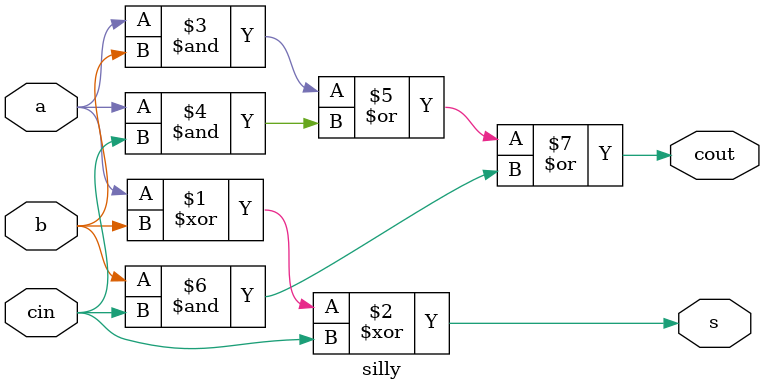
<source format=sv>
module silly(input logic a, b, cin,
	output logic s, cout);

//sum is on if one or three inputs are on
assign s = a ^ b ^ cin;

//cout is on if two inputs are on
assign cout = a & b | 
	a & cin | 
	b & cin;

endmodule
</source>
